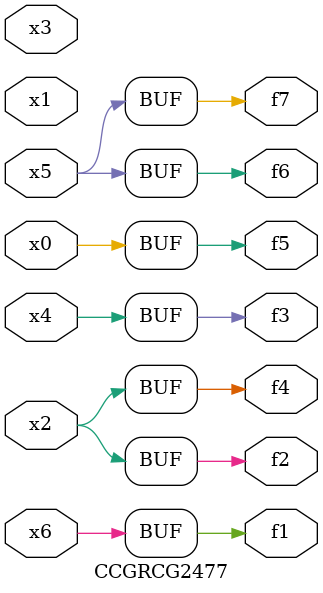
<source format=v>
module CCGRCG2477(
	input x0, x1, x2, x3, x4, x5, x6,
	output f1, f2, f3, f4, f5, f6, f7
);
	assign f1 = x6;
	assign f2 = x2;
	assign f3 = x4;
	assign f4 = x2;
	assign f5 = x0;
	assign f6 = x5;
	assign f7 = x5;
endmodule

</source>
